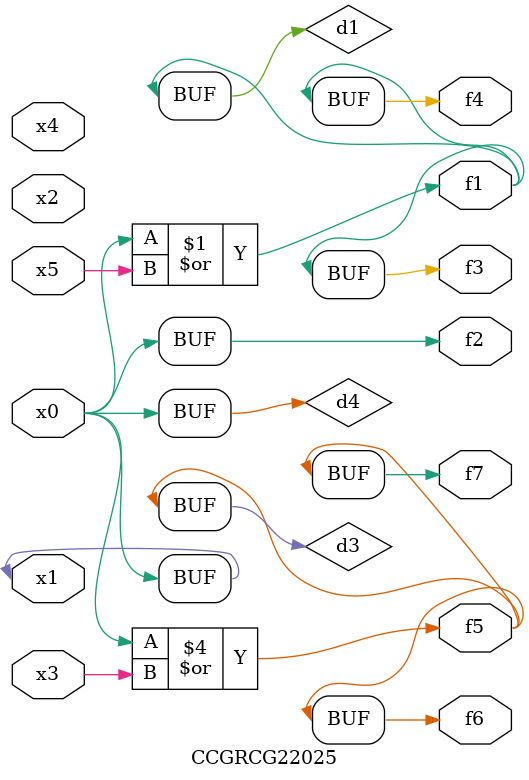
<source format=v>
module CCGRCG22025(
	input x0, x1, x2, x3, x4, x5,
	output f1, f2, f3, f4, f5, f6, f7
);

	wire d1, d2, d3, d4;

	or (d1, x0, x5);
	xnor (d2, x1, x4);
	or (d3, x0, x3);
	buf (d4, x0, x1);
	assign f1 = d1;
	assign f2 = d4;
	assign f3 = d1;
	assign f4 = d1;
	assign f5 = d3;
	assign f6 = d3;
	assign f7 = d3;
endmodule

</source>
